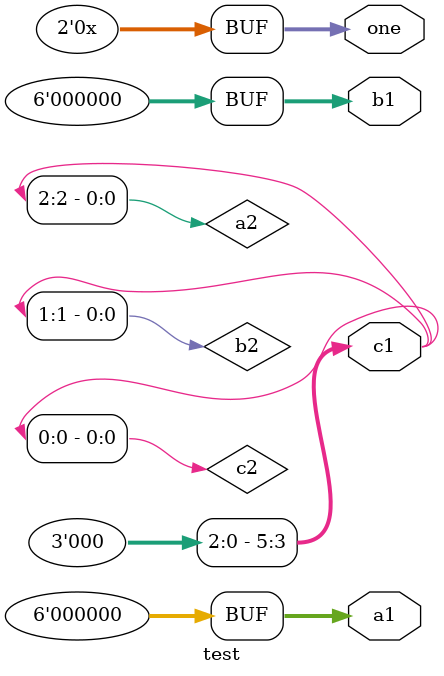
<source format=v>
module test(/*AUTOARG*/
   // Outputs
   a1, b1, c1, one
   );

   output [5:0] a1;
   output [5:0] b1;
   output [5:0] c1;

   /*AUTOREG*/

   //wire [5:0]   a2,b2,c2;

   assign {a1,b1,c1} = {a2,b2,c2};

   output [1:0] one;
   assign one = a2[0];

endmodule

</source>
